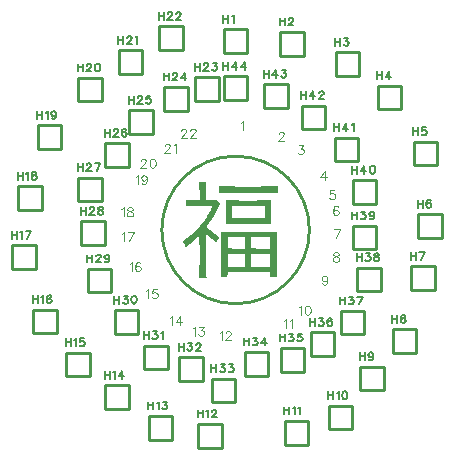
<source format=gto>
G04 Layer: TopSilkscreenLayer*
G04 EasyEDA Pro v2.2.35.2, 2025-01-16 15:30:06*
G04 Gerber Generator version 0.3*
G04 Scale: 100 percent, Rotated: No, Reflected: No*
G04 Dimensions in millimeters*
G04 Leading zeros omitted, absolute positions, 4 integers and 5 decimals*
%FSLAX45Y45*%
%MOMM*%
%ADD10C,0.1524*%
%ADD11C,0.1016*%
%ADD12C,0.254*%
G75*


G04 Text Start*
G54D10*
G01X-105080Y5819634D02*
G01X-105080Y5754610D01*
G01X-61646Y5819634D02*
G01X-61646Y5754610D01*
G01X-105080Y5788646D02*
G01X-61646Y5788646D01*
G01X-31420Y5807188D02*
G01X-25324Y5810490D01*
G01X-16180Y5819634D01*
G01X-16180Y5754610D01*
G01X371920Y5795836D02*
G01X371920Y5730812D01*
G01X415354Y5795836D02*
G01X415354Y5730812D01*
G01X371920Y5764848D02*
G01X415354Y5764848D01*
G01X448628Y5780342D02*
G01X448628Y5783390D01*
G01X451676Y5789740D01*
G01X454724Y5792788D01*
G01X460820Y5795836D01*
G01X473266Y5795836D01*
G01X479616Y5792788D01*
G01X482664Y5789740D01*
G01X485712Y5783390D01*
G01X485712Y5777294D01*
G01X482664Y5771198D01*
G01X476314Y5761800D01*
G01X445580Y5730812D01*
G01X488760Y5730812D01*
G01X841820Y5626037D02*
G01X841820Y5561013D01*
G01X885254Y5626037D02*
G01X885254Y5561013D01*
G01X841820Y5595049D02*
G01X885254Y5595049D01*
G01X921576Y5626037D02*
G01X955612Y5626037D01*
G01X937070Y5601399D01*
G01X946214Y5601399D01*
G01X952564Y5598351D01*
G01X955612Y5595049D01*
G01X958660Y5585905D01*
G01X958660Y5579555D01*
G01X955612Y5570411D01*
G01X949516Y5564061D01*
G01X940118Y5561013D01*
G01X930720Y5561013D01*
G01X921576Y5564061D01*
G01X918528Y5567363D01*
G01X915480Y5573459D01*
G01X1197420Y5341938D02*
G01X1197420Y5276914D01*
G01X1240854Y5341938D02*
G01X1240854Y5276914D01*
G01X1197420Y5310950D02*
G01X1240854Y5310950D01*
G01X1301814Y5341938D02*
G01X1271080Y5298758D01*
G01X1317308Y5298758D01*
G01X1301814Y5341938D02*
G01X1301814Y5276914D01*
G01X1502220Y4867339D02*
G01X1502220Y4802315D01*
G01X1545654Y4867339D02*
G01X1545654Y4802315D01*
G01X1502220Y4836351D02*
G01X1545654Y4836351D01*
G01X1612964Y4867339D02*
G01X1581976Y4867339D01*
G01X1578928Y4839653D01*
G01X1581976Y4842701D01*
G01X1591120Y4845749D01*
G01X1600518Y4845749D01*
G01X1609916Y4842701D01*
G01X1616012Y4836351D01*
G01X1619060Y4827207D01*
G01X1619060Y4820857D01*
G01X1616012Y4811713D01*
G01X1609916Y4805363D01*
G01X1600518Y4802315D01*
G01X1591120Y4802315D01*
G01X1581976Y4805363D01*
G01X1578928Y4808665D01*
G01X1575880Y4814761D01*
G01X1540320Y4253040D02*
G01X1540320Y4188016D01*
G01X1583754Y4253040D02*
G01X1583754Y4188016D01*
G01X1540320Y4222052D02*
G01X1583754Y4222052D01*
G01X1651064Y4243896D02*
G01X1648016Y4249992D01*
G01X1638618Y4253040D01*
G01X1632522Y4253040D01*
G01X1623124Y4249992D01*
G01X1617028Y4240594D01*
G01X1613980Y4225354D01*
G01X1613980Y4209860D01*
G01X1617028Y4197414D01*
G01X1623124Y4191064D01*
G01X1632522Y4188016D01*
G01X1635570Y4188016D01*
G01X1644714Y4191064D01*
G01X1651064Y4197414D01*
G01X1654112Y4206558D01*
G01X1654112Y4209860D01*
G01X1651064Y4219004D01*
G01X1644714Y4225354D01*
G01X1635570Y4228402D01*
G01X1632522Y4228402D01*
G01X1623124Y4225354D01*
G01X1617028Y4219004D01*
G01X1613980Y4209860D01*
G01X1482420Y3813734D02*
G01X1482420Y3748710D01*
G01X1525854Y3813734D02*
G01X1525854Y3748710D01*
G01X1482420Y3782746D02*
G01X1525854Y3782746D01*
G01X1599260Y3813734D02*
G01X1568272Y3748710D01*
G01X1556080Y3813734D02*
G01X1599260Y3813734D01*
G01X1324420Y3278442D02*
G01X1324420Y3213418D01*
G01X1367854Y3278442D02*
G01X1367854Y3213418D01*
G01X1324420Y3247454D02*
G01X1367854Y3247454D01*
G01X1413320Y3278442D02*
G01X1404176Y3275394D01*
G01X1401128Y3269298D01*
G01X1401128Y3262948D01*
G01X1404176Y3256852D01*
G01X1410272Y3253804D01*
G01X1422718Y3250756D01*
G01X1432116Y3247454D01*
G01X1438212Y3241358D01*
G01X1441260Y3235262D01*
G01X1441260Y3225864D01*
G01X1438212Y3219768D01*
G01X1435164Y3216466D01*
G01X1425766Y3213418D01*
G01X1413320Y3213418D01*
G01X1404176Y3216466D01*
G01X1401128Y3219768D01*
G01X1398080Y3225864D01*
G01X1398080Y3235262D01*
G01X1401128Y3241358D01*
G01X1407224Y3247454D01*
G01X1416622Y3250756D01*
G01X1428814Y3253804D01*
G01X1435164Y3256852D01*
G01X1438212Y3262948D01*
G01X1438212Y3269298D01*
G01X1435164Y3275394D01*
G01X1425766Y3278442D01*
G01X1413320Y3278442D01*
G01X1050620Y2962834D02*
G01X1050620Y2897810D01*
G01X1094054Y2962834D02*
G01X1094054Y2897810D01*
G01X1050620Y2931846D02*
G01X1094054Y2931846D01*
G01X1164412Y2941244D02*
G01X1161364Y2931846D01*
G01X1155014Y2925750D01*
G01X1145870Y2922702D01*
G01X1142822Y2922702D01*
G01X1133424Y2925750D01*
G01X1127328Y2931846D01*
G01X1124280Y2941244D01*
G01X1124280Y2944292D01*
G01X1127328Y2953690D01*
G01X1133424Y2959786D01*
G01X1142822Y2962834D01*
G01X1145870Y2962834D01*
G01X1155014Y2959786D01*
G01X1161364Y2953690D01*
G01X1164412Y2941244D01*
G01X1164412Y2925750D01*
G01X1161364Y2910256D01*
G01X1155014Y2900858D01*
G01X1145870Y2897810D01*
G01X1139520Y2897810D01*
G01X1130376Y2900858D01*
G01X1127328Y2907208D01*
G01X783920Y2632634D02*
G01X783920Y2567610D01*
G01X827354Y2632634D02*
G01X827354Y2567610D01*
G01X783920Y2601646D02*
G01X827354Y2601646D01*
G01X857580Y2620188D02*
G01X863676Y2623490D01*
G01X872820Y2632634D01*
G01X872820Y2567610D01*
G01X921588Y2632634D02*
G01X912190Y2629586D01*
G01X906094Y2620188D01*
G01X903046Y2604948D01*
G01X903046Y2595550D01*
G01X906094Y2580056D01*
G01X912190Y2570658D01*
G01X921588Y2567610D01*
G01X927684Y2567610D01*
G01X937082Y2570658D01*
G01X943178Y2580056D01*
G01X946226Y2595550D01*
G01X946226Y2604948D01*
G01X943178Y2620188D01*
G01X937082Y2629586D01*
G01X927684Y2632634D01*
G01X921588Y2632634D01*
G01X-1439481Y3081338D02*
G01X-1439481Y3016314D01*
G01X-1396047Y3081338D02*
G01X-1396047Y3016314D01*
G01X-1439481Y3050350D02*
G01X-1396047Y3050350D01*
G01X-1365821Y3068892D02*
G01X-1359725Y3072194D01*
G01X-1350581Y3081338D01*
G01X-1350581Y3016314D01*
G01X-1283271Y3081338D02*
G01X-1314259Y3081338D01*
G01X-1317307Y3053652D01*
G01X-1314259Y3056700D01*
G01X-1305115Y3059748D01*
G01X-1295717Y3059748D01*
G01X-1286319Y3056700D01*
G01X-1280223Y3050350D01*
G01X-1277175Y3041206D01*
G01X-1277175Y3034856D01*
G01X-1280223Y3025712D01*
G01X-1286319Y3019362D01*
G01X-1295717Y3016314D01*
G01X-1305115Y3016314D01*
G01X-1314259Y3019362D01*
G01X-1317307Y3022664D01*
G01X-1320355Y3028760D01*
G01X-1717980Y3445434D02*
G01X-1717980Y3380410D01*
G01X-1674546Y3445434D02*
G01X-1674546Y3380410D01*
G01X-1717980Y3414446D02*
G01X-1674546Y3414446D01*
G01X-1644320Y3432988D02*
G01X-1638224Y3436290D01*
G01X-1629080Y3445434D01*
G01X-1629080Y3380410D01*
G01X-1561770Y3436290D02*
G01X-1564818Y3442386D01*
G01X-1574216Y3445434D01*
G01X-1580312Y3445434D01*
G01X-1589710Y3442386D01*
G01X-1595806Y3432988D01*
G01X-1598854Y3417748D01*
G01X-1598854Y3402254D01*
G01X-1595806Y3389808D01*
G01X-1589710Y3383458D01*
G01X-1580312Y3380410D01*
G01X-1577264Y3380410D01*
G01X-1568120Y3383458D01*
G01X-1561770Y3389808D01*
G01X-1558722Y3398952D01*
G01X-1558722Y3402254D01*
G01X-1561770Y3411398D01*
G01X-1568120Y3417748D01*
G01X-1577264Y3420796D01*
G01X-1580312Y3420796D01*
G01X-1589710Y3417748D01*
G01X-1595806Y3411398D01*
G01X-1598854Y3402254D01*
G01X-1895780Y3991534D02*
G01X-1895780Y3926510D01*
G01X-1852346Y3991534D02*
G01X-1852346Y3926510D01*
G01X-1895780Y3960546D02*
G01X-1852346Y3960546D01*
G01X-1822120Y3979088D02*
G01X-1816024Y3982390D01*
G01X-1806880Y3991534D01*
G01X-1806880Y3926510D01*
G01X-1733474Y3991534D02*
G01X-1764462Y3926510D01*
G01X-1776654Y3991534D02*
G01X-1733474Y3991534D01*
G01X-1845881Y4489641D02*
G01X-1845881Y4424617D01*
G01X-1802447Y4489641D02*
G01X-1802447Y4424617D01*
G01X-1845881Y4458653D02*
G01X-1802447Y4458653D01*
G01X-1772221Y4477195D02*
G01X-1766125Y4480497D01*
G01X-1756981Y4489641D01*
G01X-1756981Y4424617D01*
G01X-1711515Y4489641D02*
G01X-1720659Y4486593D01*
G01X-1723707Y4480497D01*
G01X-1723707Y4474147D01*
G01X-1720659Y4468051D01*
G01X-1714563Y4465003D01*
G01X-1702117Y4461955D01*
G01X-1692719Y4458653D01*
G01X-1686623Y4452557D01*
G01X-1683575Y4446461D01*
G01X-1683575Y4437063D01*
G01X-1686623Y4430967D01*
G01X-1689671Y4427665D01*
G01X-1699069Y4424617D01*
G01X-1711515Y4424617D01*
G01X-1720659Y4427665D01*
G01X-1723707Y4430967D01*
G01X-1726755Y4437063D01*
G01X-1726755Y4446461D01*
G01X-1723707Y4452557D01*
G01X-1717611Y4458653D01*
G01X-1708213Y4461955D01*
G01X-1696021Y4465003D01*
G01X-1689671Y4468051D01*
G01X-1686623Y4474147D01*
G01X-1686623Y4480497D01*
G01X-1689671Y4486593D01*
G01X-1699069Y4489641D01*
G01X-1711515Y4489641D01*
G01X-1680781Y5005642D02*
G01X-1680781Y4940618D01*
G01X-1637347Y5005642D02*
G01X-1637347Y4940618D01*
G01X-1680781Y4974654D02*
G01X-1637347Y4974654D01*
G01X-1607121Y4993196D02*
G01X-1601025Y4996498D01*
G01X-1591881Y5005642D01*
G01X-1591881Y4940618D01*
G01X-1521523Y4984052D02*
G01X-1524571Y4974654D01*
G01X-1530921Y4968558D01*
G01X-1540065Y4965510D01*
G01X-1543113Y4965510D01*
G01X-1552511Y4968558D01*
G01X-1558607Y4974654D01*
G01X-1561655Y4984052D01*
G01X-1561655Y4987100D01*
G01X-1558607Y4996498D01*
G01X-1552511Y5002594D01*
G01X-1543113Y5005642D01*
G01X-1540065Y5005642D01*
G01X-1530921Y5002594D01*
G01X-1524571Y4996498D01*
G01X-1521523Y4984052D01*
G01X-1521523Y4968558D01*
G01X-1524571Y4953064D01*
G01X-1530921Y4943666D01*
G01X-1540065Y4940618D01*
G01X-1546415Y4940618D01*
G01X-1555559Y4943666D01*
G01X-1558607Y4950016D01*
G01X-1337881Y5407343D02*
G01X-1337881Y5342319D01*
G01X-1294447Y5407343D02*
G01X-1294447Y5342319D01*
G01X-1337881Y5376355D02*
G01X-1294447Y5376355D01*
G01X-1261173Y5391849D02*
G01X-1261173Y5394897D01*
G01X-1258125Y5401247D01*
G01X-1255077Y5404295D01*
G01X-1248981Y5407343D01*
G01X-1236535Y5407343D01*
G01X-1230185Y5404295D01*
G01X-1227137Y5401247D01*
G01X-1224089Y5394897D01*
G01X-1224089Y5388801D01*
G01X-1227137Y5382705D01*
G01X-1233487Y5373307D01*
G01X-1264221Y5342319D01*
G01X-1221041Y5342319D01*
G01X-1172273Y5407343D02*
G01X-1181671Y5404295D01*
G01X-1187767Y5394897D01*
G01X-1190815Y5379657D01*
G01X-1190815Y5370259D01*
G01X-1187767Y5354765D01*
G01X-1181671Y5345367D01*
G01X-1172273Y5342319D01*
G01X-1166177Y5342319D01*
G01X-1156779Y5345367D01*
G01X-1150683Y5354765D01*
G01X-1147635Y5370259D01*
G01X-1147635Y5379657D01*
G01X-1150683Y5394897D01*
G01X-1156779Y5404295D01*
G01X-1166177Y5407343D01*
G01X-1172273Y5407343D01*
G01X-994080Y5642534D02*
G01X-994080Y5577510D01*
G01X-950646Y5642534D02*
G01X-950646Y5577510D01*
G01X-994080Y5611546D02*
G01X-950646Y5611546D01*
G01X-917372Y5627040D02*
G01X-917372Y5630088D01*
G01X-914324Y5636438D01*
G01X-911276Y5639486D01*
G01X-905180Y5642534D01*
G01X-892734Y5642534D01*
G01X-886384Y5639486D01*
G01X-883336Y5636438D01*
G01X-880288Y5630088D01*
G01X-880288Y5623992D01*
G01X-883336Y5617896D01*
G01X-889686Y5608498D01*
G01X-920420Y5577510D01*
G01X-877240Y5577510D01*
G01X-847014Y5630088D02*
G01X-840918Y5633390D01*
G01X-831774Y5642534D01*
G01X-831774Y5577510D01*
G01X-651180Y5845734D02*
G01X-651180Y5780710D01*
G01X-607746Y5845734D02*
G01X-607746Y5780710D01*
G01X-651180Y5814746D02*
G01X-607746Y5814746D01*
G01X-574472Y5830240D02*
G01X-574472Y5833288D01*
G01X-571424Y5839638D01*
G01X-568376Y5842686D01*
G01X-562280Y5845734D01*
G01X-549834Y5845734D01*
G01X-543484Y5842686D01*
G01X-540436Y5839638D01*
G01X-537388Y5833288D01*
G01X-537388Y5827192D01*
G01X-540436Y5821096D01*
G01X-546786Y5811698D01*
G01X-577520Y5780710D01*
G01X-534340Y5780710D01*
G01X-501066Y5830240D02*
G01X-501066Y5833288D01*
G01X-498018Y5839638D01*
G01X-494970Y5842686D01*
G01X-488874Y5845734D01*
G01X-476428Y5845734D01*
G01X-470078Y5842686D01*
G01X-467030Y5839638D01*
G01X-463982Y5833288D01*
G01X-463982Y5827192D01*
G01X-467030Y5821096D01*
G01X-473380Y5811698D01*
G01X-504114Y5780710D01*
G01X-460934Y5780710D01*
G01X-346380Y5413934D02*
G01X-346380Y5348910D01*
G01X-302946Y5413934D02*
G01X-302946Y5348910D01*
G01X-346380Y5382946D02*
G01X-302946Y5382946D01*
G01X-269672Y5398440D02*
G01X-269672Y5401488D01*
G01X-266624Y5407838D01*
G01X-263576Y5410886D01*
G01X-257480Y5413934D01*
G01X-245034Y5413934D01*
G01X-238684Y5410886D01*
G01X-235636Y5407838D01*
G01X-232588Y5401488D01*
G01X-232588Y5395392D01*
G01X-235636Y5389296D01*
G01X-241986Y5379898D01*
G01X-272720Y5348910D01*
G01X-229540Y5348910D01*
G01X-193218Y5413934D02*
G01X-159182Y5413934D01*
G01X-177724Y5389296D01*
G01X-168580Y5389296D01*
G01X-162230Y5386248D01*
G01X-159182Y5382946D01*
G01X-156134Y5373802D01*
G01X-156134Y5367452D01*
G01X-159182Y5358308D01*
G01X-165278Y5351958D01*
G01X-174676Y5348910D01*
G01X-184074Y5348910D01*
G01X-193218Y5351958D01*
G01X-196266Y5355260D01*
G01X-199314Y5361356D01*
G01X-609981Y5330444D02*
G01X-609981Y5265420D01*
G01X-566547Y5330444D02*
G01X-566547Y5265420D01*
G01X-609981Y5299456D02*
G01X-566547Y5299456D01*
G01X-533273Y5314950D02*
G01X-533273Y5317998D01*
G01X-530225Y5324348D01*
G01X-527177Y5327396D01*
G01X-521081Y5330444D01*
G01X-508635Y5330444D01*
G01X-502285Y5327396D01*
G01X-499237Y5324348D01*
G01X-496189Y5317998D01*
G01X-496189Y5311902D01*
G01X-499237Y5305806D01*
G01X-505587Y5296408D01*
G01X-536321Y5265420D01*
G01X-493141Y5265420D01*
G01X-432181Y5330444D02*
G01X-462915Y5287264D01*
G01X-416687Y5287264D01*
G01X-432181Y5330444D02*
G01X-432181Y5265420D01*
G01X629920Y3252343D02*
G01X629920Y3187319D01*
G01X673354Y3252343D02*
G01X673354Y3187319D01*
G01X629920Y3221355D02*
G01X673354Y3221355D01*
G01X709676Y3252343D02*
G01X743712Y3252343D01*
G01X725170Y3227705D01*
G01X734314Y3227705D01*
G01X740664Y3224657D01*
G01X743712Y3221355D01*
G01X746760Y3212211D01*
G01X746760Y3205861D01*
G01X743712Y3196717D01*
G01X737616Y3190367D01*
G01X728218Y3187319D01*
G01X718820Y3187319D01*
G01X709676Y3190367D01*
G01X706628Y3193669D01*
G01X703580Y3199765D01*
G01X814070Y3243199D02*
G01X811022Y3249295D01*
G01X801624Y3252343D01*
G01X795528Y3252343D01*
G01X786130Y3249295D01*
G01X780034Y3239897D01*
G01X776986Y3224657D01*
G01X776986Y3209163D01*
G01X780034Y3196717D01*
G01X786130Y3190367D01*
G01X795528Y3187319D01*
G01X798576Y3187319D01*
G01X807720Y3190367D01*
G01X814070Y3196717D01*
G01X817118Y3205861D01*
G01X817118Y3209163D01*
G01X814070Y3218307D01*
G01X807720Y3224657D01*
G01X798576Y3227705D01*
G01X795528Y3227705D01*
G01X786130Y3224657D01*
G01X780034Y3218307D01*
G01X776986Y3209163D01*
G01X883920Y3434842D02*
G01X883920Y3369818D01*
G01X927354Y3434842D02*
G01X927354Y3369818D01*
G01X883920Y3403854D02*
G01X927354Y3403854D01*
G01X963676Y3434842D02*
G01X997712Y3434842D01*
G01X979170Y3410204D01*
G01X988314Y3410204D01*
G01X994664Y3407156D01*
G01X997712Y3403854D01*
G01X1000760Y3394710D01*
G01X1000760Y3388360D01*
G01X997712Y3379216D01*
G01X991616Y3372866D01*
G01X982218Y3369818D01*
G01X972820Y3369818D01*
G01X963676Y3372866D01*
G01X960628Y3376168D01*
G01X957580Y3382264D01*
G01X1074166Y3434842D02*
G01X1043178Y3369818D01*
G01X1030986Y3434842D02*
G01X1074166Y3434842D01*
G01X1025220Y3801034D02*
G01X1025220Y3736010D01*
G01X1068654Y3801034D02*
G01X1068654Y3736010D01*
G01X1025220Y3770046D02*
G01X1068654Y3770046D01*
G01X1104976Y3801034D02*
G01X1139012Y3801034D01*
G01X1120470Y3776396D01*
G01X1129614Y3776396D01*
G01X1135964Y3773348D01*
G01X1139012Y3770046D01*
G01X1142060Y3760902D01*
G01X1142060Y3754552D01*
G01X1139012Y3745408D01*
G01X1132916Y3739058D01*
G01X1123518Y3736010D01*
G01X1114120Y3736010D01*
G01X1104976Y3739058D01*
G01X1101928Y3742360D01*
G01X1098880Y3748456D01*
G01X1187526Y3801034D02*
G01X1178382Y3797986D01*
G01X1175334Y3791890D01*
G01X1175334Y3785540D01*
G01X1178382Y3779444D01*
G01X1184478Y3776396D01*
G01X1196924Y3773348D01*
G01X1206322Y3770046D01*
G01X1212418Y3763950D01*
G01X1215466Y3757854D01*
G01X1215466Y3748456D01*
G01X1212418Y3742360D01*
G01X1209370Y3739058D01*
G01X1199972Y3736010D01*
G01X1187526Y3736010D01*
G01X1178382Y3739058D01*
G01X1175334Y3742360D01*
G01X1172286Y3748456D01*
G01X1172286Y3757854D01*
G01X1175334Y3763950D01*
G01X1181430Y3770046D01*
G01X1190828Y3773348D01*
G01X1203020Y3776396D01*
G01X1209370Y3779444D01*
G01X1212418Y3785540D01*
G01X1212418Y3791890D01*
G01X1209370Y3797986D01*
G01X1199972Y3801034D01*
G01X1187526Y3801034D01*
G01X985520Y4155440D02*
G01X985520Y4090416D01*
G01X1028954Y4155440D02*
G01X1028954Y4090416D01*
G01X985520Y4124452D02*
G01X1028954Y4124452D01*
G01X1065276Y4155440D02*
G01X1099312Y4155440D01*
G01X1080770Y4130802D01*
G01X1089914Y4130802D01*
G01X1096264Y4127754D01*
G01X1099312Y4124452D01*
G01X1102360Y4115308D01*
G01X1102360Y4108958D01*
G01X1099312Y4099814D01*
G01X1093216Y4093464D01*
G01X1083818Y4090416D01*
G01X1074420Y4090416D01*
G01X1065276Y4093464D01*
G01X1062228Y4096766D01*
G01X1059180Y4102862D01*
G01X1172718Y4133850D02*
G01X1169670Y4124452D01*
G01X1163320Y4118356D01*
G01X1154176Y4115308D01*
G01X1151128Y4115308D01*
G01X1141730Y4118356D01*
G01X1135634Y4124452D01*
G01X1132586Y4133850D01*
G01X1132586Y4136898D01*
G01X1135634Y4146296D01*
G01X1141730Y4152392D01*
G01X1151128Y4155440D01*
G01X1154176Y4155440D01*
G01X1163320Y4152392D01*
G01X1169670Y4146296D01*
G01X1172718Y4133850D01*
G01X1172718Y4118356D01*
G01X1169670Y4102862D01*
G01X1163320Y4093464D01*
G01X1154176Y4090416D01*
G01X1147826Y4090416D01*
G01X1138682Y4093464D01*
G01X1135634Y4099814D01*
G01X985520Y4541139D02*
G01X985520Y4476115D01*
G01X1028954Y4541139D02*
G01X1028954Y4476115D01*
G01X985520Y4510151D02*
G01X1028954Y4510151D01*
G01X1089914Y4541139D02*
G01X1059180Y4497959D01*
G01X1105408Y4497959D01*
G01X1089914Y4541139D02*
G01X1089914Y4476115D01*
G01X1154176Y4541139D02*
G01X1144778Y4538091D01*
G01X1138682Y4528693D01*
G01X1135634Y4513453D01*
G01X1135634Y4504055D01*
G01X1138682Y4488561D01*
G01X1144778Y4479163D01*
G01X1154176Y4476115D01*
G01X1160272Y4476115D01*
G01X1169670Y4479163D01*
G01X1175766Y4488561D01*
G01X1178814Y4504055D01*
G01X1178814Y4513453D01*
G01X1175766Y4528693D01*
G01X1169670Y4538091D01*
G01X1160272Y4541139D01*
G01X1154176Y4541139D01*
G01X833120Y4901438D02*
G01X833120Y4836414D01*
G01X876554Y4901438D02*
G01X876554Y4836414D01*
G01X833120Y4870450D02*
G01X876554Y4870450D01*
G01X937514Y4901438D02*
G01X906780Y4858258D01*
G01X953008Y4858258D01*
G01X937514Y4901438D02*
G01X937514Y4836414D01*
G01X983234Y4888992D02*
G01X989330Y4892294D01*
G01X998474Y4901438D01*
G01X998474Y4836414D01*
G01X553720Y5172837D02*
G01X553720Y5107813D01*
G01X597154Y5172837D02*
G01X597154Y5107813D01*
G01X553720Y5141849D02*
G01X597154Y5141849D01*
G01X658114Y5172837D02*
G01X627380Y5129657D01*
G01X673608Y5129657D01*
G01X658114Y5172837D02*
G01X658114Y5107813D01*
G01X706882Y5157343D02*
G01X706882Y5160391D01*
G01X709930Y5166741D01*
G01X712978Y5169789D01*
G01X719074Y5172837D01*
G01X731520Y5172837D01*
G01X737870Y5169789D01*
G01X740918Y5166741D01*
G01X743966Y5160391D01*
G01X743966Y5154295D01*
G01X740918Y5148199D01*
G01X734568Y5138801D01*
G01X703834Y5107813D01*
G01X747014Y5107813D01*
G01X236220Y5355336D02*
G01X236220Y5290312D01*
G01X279654Y5355336D02*
G01X279654Y5290312D01*
G01X236220Y5324348D02*
G01X279654Y5324348D01*
G01X340614Y5355336D02*
G01X309880Y5312156D01*
G01X356108Y5312156D01*
G01X340614Y5355336D02*
G01X340614Y5290312D01*
G01X392430Y5355336D02*
G01X426466Y5355336D01*
G01X407924Y5330698D01*
G01X417068Y5330698D01*
G01X423418Y5327650D01*
G01X426466Y5324348D01*
G01X429514Y5315204D01*
G01X429514Y5308854D01*
G01X426466Y5299710D01*
G01X420370Y5293360D01*
G01X410972Y5290312D01*
G01X401574Y5290312D01*
G01X392430Y5293360D01*
G01X389382Y5296662D01*
G01X386334Y5302758D01*
G01X-105080Y5419634D02*
G01X-105080Y5354610D01*
G01X-61646Y5419634D02*
G01X-61646Y5354610D01*
G01X-105080Y5388646D02*
G01X-61646Y5388646D01*
G01X-686Y5419634D02*
G01X-31420Y5376454D01*
G01X14808Y5376454D01*
G01X-686Y5419634D02*
G01X-686Y5354610D01*
G01X75768Y5419634D02*
G01X45034Y5376454D01*
G01X91262Y5376454D01*
G01X75768Y5419634D02*
G01X75768Y5354610D01*
G01X-1108380Y4855134D02*
G01X-1108380Y4790110D01*
G01X-1064946Y4855134D02*
G01X-1064946Y4790110D01*
G01X-1108380Y4824146D02*
G01X-1064946Y4824146D01*
G01X-1031672Y4839640D02*
G01X-1031672Y4842688D01*
G01X-1028624Y4849038D01*
G01X-1025576Y4852086D01*
G01X-1019480Y4855134D01*
G01X-1007034Y4855134D01*
G01X-1000684Y4852086D01*
G01X-997636Y4849038D01*
G01X-994588Y4842688D01*
G01X-994588Y4836592D01*
G01X-997636Y4830496D01*
G01X-1003986Y4821098D01*
G01X-1034720Y4790110D01*
G01X-991540Y4790110D01*
G01X-924230Y4845990D02*
G01X-927278Y4852086D01*
G01X-936676Y4855134D01*
G01X-942772Y4855134D01*
G01X-952170Y4852086D01*
G01X-958266Y4842688D01*
G01X-961314Y4827448D01*
G01X-961314Y4811954D01*
G01X-958266Y4799508D01*
G01X-952170Y4793158D01*
G01X-942772Y4790110D01*
G01X-939724Y4790110D01*
G01X-930580Y4793158D01*
G01X-924230Y4799508D01*
G01X-921182Y4808652D01*
G01X-921182Y4811954D01*
G01X-924230Y4821098D01*
G01X-930580Y4827448D01*
G01X-939724Y4830496D01*
G01X-942772Y4830496D01*
G01X-952170Y4827448D01*
G01X-958266Y4821098D01*
G01X-961314Y4811954D01*
G01X-1336980Y4563034D02*
G01X-1336980Y4498010D01*
G01X-1293546Y4563034D02*
G01X-1293546Y4498010D01*
G01X-1336980Y4532046D02*
G01X-1293546Y4532046D01*
G01X-1260272Y4547540D02*
G01X-1260272Y4550588D01*
G01X-1257224Y4556938D01*
G01X-1254176Y4559986D01*
G01X-1248080Y4563034D01*
G01X-1235634Y4563034D01*
G01X-1229284Y4559986D01*
G01X-1226236Y4556938D01*
G01X-1223188Y4550588D01*
G01X-1223188Y4544492D01*
G01X-1226236Y4538396D01*
G01X-1232586Y4528998D01*
G01X-1263320Y4498010D01*
G01X-1220140Y4498010D01*
G01X-1146734Y4563034D02*
G01X-1177722Y4498010D01*
G01X-1189914Y4563034D02*
G01X-1146734Y4563034D01*
G01X-1311580Y4194734D02*
G01X-1311580Y4129710D01*
G01X-1268146Y4194734D02*
G01X-1268146Y4129710D01*
G01X-1311580Y4163746D02*
G01X-1268146Y4163746D01*
G01X-1234872Y4179240D02*
G01X-1234872Y4182288D01*
G01X-1231824Y4188638D01*
G01X-1228776Y4191686D01*
G01X-1222680Y4194734D01*
G01X-1210234Y4194734D01*
G01X-1203884Y4191686D01*
G01X-1200836Y4188638D01*
G01X-1197788Y4182288D01*
G01X-1197788Y4176192D01*
G01X-1200836Y4170096D01*
G01X-1207186Y4160698D01*
G01X-1237920Y4129710D01*
G01X-1194740Y4129710D01*
G01X-1149274Y4194734D02*
G01X-1158418Y4191686D01*
G01X-1161466Y4185590D01*
G01X-1161466Y4179240D01*
G01X-1158418Y4173144D01*
G01X-1152322Y4170096D01*
G01X-1139876Y4167048D01*
G01X-1130478Y4163746D01*
G01X-1124382Y4157650D01*
G01X-1121334Y4151554D01*
G01X-1121334Y4142156D01*
G01X-1124382Y4136060D01*
G01X-1127430Y4132758D01*
G01X-1136828Y4129710D01*
G01X-1149274Y4129710D01*
G01X-1158418Y4132758D01*
G01X-1161466Y4136060D01*
G01X-1164514Y4142156D01*
G01X-1164514Y4151554D01*
G01X-1161466Y4157650D01*
G01X-1155370Y4163746D01*
G01X-1145972Y4167048D01*
G01X-1133780Y4170096D01*
G01X-1127430Y4173144D01*
G01X-1124382Y4179240D01*
G01X-1124382Y4185590D01*
G01X-1127430Y4191686D01*
G01X-1136828Y4194734D01*
G01X-1149274Y4194734D01*
G01X-1257681Y3791839D02*
G01X-1257681Y3726815D01*
G01X-1214247Y3791839D02*
G01X-1214247Y3726815D01*
G01X-1257681Y3760851D02*
G01X-1214247Y3760851D01*
G01X-1180973Y3776345D02*
G01X-1180973Y3779393D01*
G01X-1177925Y3785743D01*
G01X-1174877Y3788791D01*
G01X-1168781Y3791839D01*
G01X-1156335Y3791839D01*
G01X-1149985Y3788791D01*
G01X-1146937Y3785743D01*
G01X-1143889Y3779393D01*
G01X-1143889Y3773297D01*
G01X-1146937Y3767201D01*
G01X-1153287Y3757803D01*
G01X-1184021Y3726815D01*
G01X-1140841Y3726815D01*
G01X-1070483Y3770249D02*
G01X-1073531Y3760851D01*
G01X-1079881Y3754755D01*
G01X-1089025Y3751707D01*
G01X-1092073Y3751707D01*
G01X-1101471Y3754755D01*
G01X-1107567Y3760851D01*
G01X-1110615Y3770249D01*
G01X-1110615Y3773297D01*
G01X-1107567Y3782695D01*
G01X-1101471Y3788791D01*
G01X-1092073Y3791839D01*
G01X-1089025Y3791839D01*
G01X-1079881Y3788791D01*
G01X-1073531Y3782695D01*
G01X-1070483Y3770249D01*
G01X-1070483Y3754755D01*
G01X-1073531Y3739261D01*
G01X-1079881Y3729863D01*
G01X-1089025Y3726815D01*
G01X-1095375Y3726815D01*
G01X-1104519Y3729863D01*
G01X-1107567Y3736213D01*
G01X-1029081Y3440938D02*
G01X-1029081Y3375914D01*
G01X-985647Y3440938D02*
G01X-985647Y3375914D01*
G01X-1029081Y3409950D02*
G01X-985647Y3409950D01*
G01X-949325Y3440938D02*
G01X-915289Y3440938D01*
G01X-933831Y3416300D01*
G01X-924687Y3416300D01*
G01X-918337Y3413252D01*
G01X-915289Y3409950D01*
G01X-912241Y3400806D01*
G01X-912241Y3394456D01*
G01X-915289Y3385312D01*
G01X-921385Y3378962D01*
G01X-930783Y3375914D01*
G01X-940181Y3375914D01*
G01X-949325Y3378962D01*
G01X-952373Y3382264D01*
G01X-955421Y3388360D01*
G01X-863473Y3440938D02*
G01X-872871Y3437890D01*
G01X-878967Y3428492D01*
G01X-882015Y3413252D01*
G01X-882015Y3403854D01*
G01X-878967Y3388360D01*
G01X-872871Y3378962D01*
G01X-863473Y3375914D01*
G01X-857377Y3375914D01*
G01X-847979Y3378962D01*
G01X-841883Y3388360D01*
G01X-838835Y3403854D01*
G01X-838835Y3413252D01*
G01X-841883Y3428492D01*
G01X-847979Y3437890D01*
G01X-857377Y3440938D01*
G01X-863473Y3440938D01*
G01X-778180Y3140634D02*
G01X-778180Y3075610D01*
G01X-734746Y3140634D02*
G01X-734746Y3075610D01*
G01X-778180Y3109646D02*
G01X-734746Y3109646D01*
G01X-698424Y3140634D02*
G01X-664388Y3140634D01*
G01X-682930Y3115996D01*
G01X-673786Y3115996D01*
G01X-667436Y3112948D01*
G01X-664388Y3109646D01*
G01X-661340Y3100502D01*
G01X-661340Y3094152D01*
G01X-664388Y3085008D01*
G01X-670484Y3078658D01*
G01X-679882Y3075610D01*
G01X-689280Y3075610D01*
G01X-698424Y3078658D01*
G01X-701472Y3081960D01*
G01X-704520Y3088056D01*
G01X-631114Y3128188D02*
G01X-625018Y3131490D01*
G01X-615874Y3140634D01*
G01X-615874Y3075610D01*
G01X-1109281Y2806637D02*
G01X-1109281Y2741613D01*
G01X-1065847Y2806637D02*
G01X-1065847Y2741613D01*
G01X-1109281Y2775649D02*
G01X-1065847Y2775649D01*
G01X-1035621Y2794191D02*
G01X-1029525Y2797493D01*
G01X-1020381Y2806637D01*
G01X-1020381Y2741613D01*
G01X-959421Y2806637D02*
G01X-990155Y2763457D01*
G01X-943927Y2763457D01*
G01X-959421Y2806637D02*
G01X-959421Y2741613D01*
G01X-482981Y3043936D02*
G01X-482981Y2978912D01*
G01X-439547Y3043936D02*
G01X-439547Y2978912D01*
G01X-482981Y3012948D02*
G01X-439547Y3012948D01*
G01X-403225Y3043936D02*
G01X-369189Y3043936D01*
G01X-387731Y3019298D01*
G01X-378587Y3019298D01*
G01X-372237Y3016250D01*
G01X-369189Y3012948D01*
G01X-366141Y3003804D01*
G01X-366141Y2997454D01*
G01X-369189Y2988310D01*
G01X-375285Y2981960D01*
G01X-384683Y2978912D01*
G01X-394081Y2978912D01*
G01X-403225Y2981960D01*
G01X-406273Y2985262D01*
G01X-409321Y2991358D01*
G01X-332867Y3028442D02*
G01X-332867Y3031490D01*
G01X-329819Y3037840D01*
G01X-326771Y3040888D01*
G01X-320675Y3043936D01*
G01X-308229Y3043936D01*
G01X-301879Y3040888D01*
G01X-298831Y3037840D01*
G01X-295783Y3031490D01*
G01X-295783Y3025394D01*
G01X-298831Y3019298D01*
G01X-305181Y3009900D01*
G01X-335915Y2978912D01*
G01X-292735Y2978912D01*
G01X-740981Y2544636D02*
G01X-740981Y2479612D01*
G01X-697547Y2544636D02*
G01X-697547Y2479612D01*
G01X-740981Y2513648D02*
G01X-697547Y2513648D01*
G01X-667321Y2532190D02*
G01X-661225Y2535492D01*
G01X-652081Y2544636D01*
G01X-652081Y2479612D01*
G01X-615759Y2544636D02*
G01X-581723Y2544636D01*
G01X-600265Y2519998D01*
G01X-591121Y2519998D01*
G01X-584771Y2516950D01*
G01X-581723Y2513648D01*
G01X-578675Y2504504D01*
G01X-578675Y2498154D01*
G01X-581723Y2489010D01*
G01X-587819Y2482660D01*
G01X-597217Y2479612D01*
G01X-606615Y2479612D01*
G01X-615759Y2482660D01*
G01X-618807Y2485962D01*
G01X-621855Y2492058D01*
G01X-206680Y2861234D02*
G01X-206680Y2796210D01*
G01X-163246Y2861234D02*
G01X-163246Y2796210D01*
G01X-206680Y2830246D02*
G01X-163246Y2830246D01*
G01X-126924Y2861234D02*
G01X-92888Y2861234D01*
G01X-111430Y2836596D01*
G01X-102286Y2836596D01*
G01X-95936Y2833548D01*
G01X-92888Y2830246D01*
G01X-89840Y2821102D01*
G01X-89840Y2814752D01*
G01X-92888Y2805608D01*
G01X-98984Y2799258D01*
G01X-108382Y2796210D01*
G01X-117780Y2796210D01*
G01X-126924Y2799258D01*
G01X-129972Y2802560D01*
G01X-133020Y2808656D01*
G01X-53518Y2861234D02*
G01X-19482Y2861234D01*
G01X-38024Y2836596D01*
G01X-28880Y2836596D01*
G01X-22530Y2833548D01*
G01X-19482Y2830246D01*
G01X-16434Y2821102D01*
G01X-16434Y2814752D01*
G01X-19482Y2805608D01*
G01X-25578Y2799258D01*
G01X-34976Y2796210D01*
G01X-44374Y2796210D01*
G01X-53518Y2799258D01*
G01X-56566Y2802560D01*
G01X-59614Y2808656D01*
G01X-321881Y2477135D02*
G01X-321881Y2412111D01*
G01X-278447Y2477135D02*
G01X-278447Y2412111D01*
G01X-321881Y2446147D02*
G01X-278447Y2446147D01*
G01X-248221Y2464689D02*
G01X-242125Y2467991D01*
G01X-232981Y2477135D01*
G01X-232981Y2412111D01*
G01X-199707Y2461641D02*
G01X-199707Y2464689D01*
G01X-196659Y2471039D01*
G01X-193611Y2474087D01*
G01X-187515Y2477135D01*
G01X-175069Y2477135D01*
G01X-168719Y2474087D01*
G01X-165671Y2471039D01*
G01X-162623Y2464689D01*
G01X-162623Y2458593D01*
G01X-165671Y2452497D01*
G01X-172021Y2443099D01*
G01X-202755Y2412111D01*
G01X-159575Y2412111D01*
G01X375920Y3120644D02*
G01X375920Y3055620D01*
G01X419354Y3120644D02*
G01X419354Y3055620D01*
G01X375920Y3089656D02*
G01X419354Y3089656D01*
G01X455676Y3120644D02*
G01X489712Y3120644D01*
G01X471170Y3096006D01*
G01X480314Y3096006D01*
G01X486664Y3092958D01*
G01X489712Y3089656D01*
G01X492760Y3080512D01*
G01X492760Y3074162D01*
G01X489712Y3065018D01*
G01X483616Y3058668D01*
G01X474218Y3055620D01*
G01X464820Y3055620D01*
G01X455676Y3058668D01*
G01X452628Y3061970D01*
G01X449580Y3068066D01*
G01X560070Y3120644D02*
G01X529082Y3120644D01*
G01X526034Y3092958D01*
G01X529082Y3096006D01*
G01X538226Y3099054D01*
G01X547624Y3099054D01*
G01X557022Y3096006D01*
G01X563118Y3089656D01*
G01X566166Y3080512D01*
G01X566166Y3074162D01*
G01X563118Y3065018D01*
G01X557022Y3058668D01*
G01X547624Y3055620D01*
G01X538226Y3055620D01*
G01X529082Y3058668D01*
G01X526034Y3061970D01*
G01X522986Y3068066D01*
G01X71120Y3086545D02*
G01X71120Y3021521D01*
G01X114554Y3086545D02*
G01X114554Y3021521D01*
G01X71120Y3055557D02*
G01X114554Y3055557D01*
G01X150876Y3086545D02*
G01X184912Y3086545D01*
G01X166370Y3061907D01*
G01X175514Y3061907D01*
G01X181864Y3058859D01*
G01X184912Y3055557D01*
G01X187960Y3046413D01*
G01X187960Y3040063D01*
G01X184912Y3030919D01*
G01X178816Y3024569D01*
G01X169418Y3021521D01*
G01X160020Y3021521D01*
G01X150876Y3024569D01*
G01X147828Y3027871D01*
G01X144780Y3033967D01*
G01X248920Y3086545D02*
G01X218186Y3043365D01*
G01X264414Y3043365D01*
G01X248920Y3086545D02*
G01X248920Y3021521D01*
G01X410020Y2502345D02*
G01X410020Y2437321D01*
G01X453454Y2502345D02*
G01X453454Y2437321D01*
G01X410020Y2471357D02*
G01X453454Y2471357D01*
G01X483680Y2489899D02*
G01X489776Y2493201D01*
G01X498920Y2502345D01*
G01X498920Y2437321D01*
G01X529146Y2489899D02*
G01X535242Y2493201D01*
G01X544386Y2502345D01*
G01X544386Y2437321D01*
G01X-905180Y5134534D02*
G01X-905180Y5069510D01*
G01X-861746Y5134534D02*
G01X-861746Y5069510D01*
G01X-905180Y5103546D02*
G01X-861746Y5103546D01*
G01X-828472Y5119040D02*
G01X-828472Y5122088D01*
G01X-825424Y5128438D01*
G01X-822376Y5131486D01*
G01X-816280Y5134534D01*
G01X-803834Y5134534D01*
G01X-797484Y5131486D01*
G01X-794436Y5128438D01*
G01X-791388Y5122088D01*
G01X-791388Y5115992D01*
G01X-794436Y5109896D01*
G01X-800786Y5100498D01*
G01X-831520Y5069510D01*
G01X-788340Y5069510D01*
G01X-721030Y5134534D02*
G01X-752018Y5134534D01*
G01X-755066Y5106848D01*
G01X-752018Y5109896D01*
G01X-742874Y5112944D01*
G01X-733476Y5112944D01*
G01X-724078Y5109896D01*
G01X-717982Y5103546D01*
G01X-714934Y5094402D01*
G01X-714934Y5088052D01*
G01X-717982Y5078908D01*
G01X-724078Y5072558D01*
G01X-733476Y5069510D01*
G01X-742874Y5069510D01*
G01X-752018Y5072558D01*
G01X-755066Y5075860D01*
G01X-758114Y5081956D01*
G54D11*
G01X43180Y4906010D02*
G01X50546Y4909566D01*
G01X61468Y4920488D01*
G01X61468Y4844034D01*
G01X364236Y4813554D02*
G01X364236Y4817110D01*
G01X368046Y4824476D01*
G01X371602Y4828032D01*
G01X378968Y4831588D01*
G01X393446Y4831588D01*
G01X400812Y4828032D01*
G01X404622Y4824476D01*
G01X408178Y4817110D01*
G01X408178Y4809744D01*
G01X404622Y4802378D01*
G01X397256Y4791456D01*
G01X360680Y4755134D01*
G01X411734Y4755134D01*
G01X533146Y4717288D02*
G01X573278Y4717288D01*
G01X551434Y4688078D01*
G01X562356Y4688078D01*
G01X569722Y4684522D01*
G01X573278Y4680966D01*
G01X576834Y4670044D01*
G01X576834Y4662678D01*
G01X573278Y4651756D01*
G01X565912Y4644390D01*
G01X554990Y4640834D01*
G01X544068Y4640834D01*
G01X533146Y4644390D01*
G01X529336Y4647946D01*
G01X525780Y4655312D01*
G01X752856Y4501388D02*
G01X716280Y4450334D01*
G01X771144Y4450334D01*
G01X752856Y4501388D02*
G01X752856Y4424934D01*
G01X836422Y4336288D02*
G01X799846Y4336288D01*
G01X796036Y4303522D01*
G01X799846Y4307078D01*
G01X810768Y4310888D01*
G01X821690Y4310888D01*
G01X832612Y4307078D01*
G01X839978Y4299966D01*
G01X843534Y4289044D01*
G01X843534Y4281678D01*
G01X839978Y4270756D01*
G01X832612Y4263390D01*
G01X821690Y4259834D01*
G01X810768Y4259834D01*
G01X799846Y4263390D01*
G01X796036Y4266946D01*
G01X792480Y4274312D01*
G01X869124Y4191064D02*
G01X865314Y4198430D01*
G01X854392Y4201986D01*
G01X847026Y4201986D01*
G01X836104Y4198430D01*
G01X828738Y4187508D01*
G01X825182Y4169220D01*
G01X825182Y4150932D01*
G01X828738Y4136454D01*
G01X836104Y4129088D01*
G01X847026Y4125532D01*
G01X850836Y4125532D01*
G01X861758Y4129088D01*
G01X869124Y4136454D01*
G01X872680Y4147376D01*
G01X872680Y4150932D01*
G01X869124Y4161854D01*
G01X861758Y4169220D01*
G01X850836Y4172776D01*
G01X847026Y4172776D01*
G01X836104Y4169220D01*
G01X828738Y4161854D01*
G01X825182Y4150932D01*
G01X882545Y4005177D02*
G01X846223Y3928723D01*
G01X831491Y4005177D02*
G01X882545Y4005177D01*
G01X842813Y3808943D02*
G01X831891Y3805387D01*
G01X828081Y3798021D01*
G01X828081Y3790909D01*
G01X831891Y3783543D01*
G01X839257Y3779733D01*
G01X853735Y3776177D01*
G01X864657Y3772621D01*
G01X872023Y3765255D01*
G01X875579Y3757889D01*
G01X875579Y3746967D01*
G01X872023Y3739601D01*
G01X868467Y3736045D01*
G01X857291Y3732489D01*
G01X842813Y3732489D01*
G01X831891Y3736045D01*
G01X828081Y3739601D01*
G01X824525Y3746967D01*
G01X824525Y3757889D01*
G01X828081Y3765255D01*
G01X835447Y3772621D01*
G01X846369Y3776177D01*
G01X861101Y3779733D01*
G01X868467Y3783543D01*
G01X872023Y3790909D01*
G01X872023Y3798021D01*
G01X868467Y3805387D01*
G01X857291Y3808943D01*
G01X842813Y3808943D01*
G01X776478Y3586988D02*
G01X772922Y3576066D01*
G01X765556Y3568700D01*
G01X754634Y3565144D01*
G01X750824Y3565144D01*
G01X739902Y3568700D01*
G01X732536Y3576066D01*
G01X728980Y3586988D01*
G01X728980Y3590544D01*
G01X732536Y3601466D01*
G01X739902Y3608832D01*
G01X750824Y3612388D01*
G01X754634Y3612388D01*
G01X765556Y3608832D01*
G01X772922Y3601466D01*
G01X776478Y3586988D01*
G01X776478Y3568700D01*
G01X772922Y3550412D01*
G01X765556Y3539490D01*
G01X754634Y3535934D01*
G01X747268Y3535934D01*
G01X736346Y3539490D01*
G01X732536Y3546856D01*
G01X538480Y3343910D02*
G01X545846Y3347466D01*
G01X556768Y3358388D01*
G01X556768Y3281934D01*
G01X606298Y3358388D02*
G01X595376Y3354832D01*
G01X588010Y3343910D01*
G01X584454Y3325622D01*
G01X584454Y3314700D01*
G01X588010Y3296412D01*
G01X595376Y3285490D01*
G01X606298Y3281934D01*
G01X613664Y3281934D01*
G01X624586Y3285490D01*
G01X631952Y3296412D01*
G01X635508Y3314700D01*
G01X635508Y3325622D01*
G01X631952Y3343910D01*
G01X624586Y3354832D01*
G01X613664Y3358388D01*
G01X606298Y3358388D01*
G01X411480Y3229610D02*
G01X418846Y3233166D01*
G01X429768Y3244088D01*
G01X429768Y3167634D01*
G01X457454Y3229610D02*
G01X464820Y3233166D01*
G01X475742Y3244088D01*
G01X475742Y3167634D01*
G01X-134620Y3128010D02*
G01X-127254Y3131566D01*
G01X-116332Y3142488D01*
G01X-116332Y3066034D01*
G01X-85090Y3124454D02*
G01X-85090Y3128010D01*
G01X-81280Y3135376D01*
G01X-77724Y3138932D01*
G01X-70358Y3142488D01*
G01X-55880Y3142488D01*
G01X-48514Y3138932D01*
G01X-44704Y3135376D01*
G01X-41148Y3128010D01*
G01X-41148Y3120644D01*
G01X-44704Y3113278D01*
G01X-52070Y3102356D01*
G01X-88646Y3066034D01*
G01X-37592Y3066034D01*
G01X-363220Y3166110D02*
G01X-355854Y3169666D01*
G01X-344932Y3180588D01*
G01X-344932Y3104134D01*
G01X-309880Y3180588D02*
G01X-269748Y3180588D01*
G01X-291592Y3151378D01*
G01X-280670Y3151378D01*
G01X-273304Y3147822D01*
G01X-269748Y3144266D01*
G01X-266192Y3133344D01*
G01X-266192Y3125978D01*
G01X-269748Y3115056D01*
G01X-277114Y3107690D01*
G01X-288036Y3104134D01*
G01X-298958Y3104134D01*
G01X-309880Y3107690D01*
G01X-313690Y3111246D01*
G01X-317246Y3118612D01*
G01X-553720Y3255010D02*
G01X-546354Y3258566D01*
G01X-535432Y3269488D01*
G01X-535432Y3193034D01*
G01X-471170Y3269488D02*
G01X-507746Y3218434D01*
G01X-452882Y3218434D01*
G01X-471170Y3269488D02*
G01X-471170Y3193034D01*
G01X-756920Y3483610D02*
G01X-749554Y3487166D01*
G01X-738632Y3498088D01*
G01X-738632Y3421634D01*
G01X-667004Y3498088D02*
G01X-703580Y3498088D01*
G01X-707390Y3465322D01*
G01X-703580Y3468878D01*
G01X-692658Y3472688D01*
G01X-681736Y3472688D01*
G01X-670814Y3468878D01*
G01X-663448Y3461766D01*
G01X-659892Y3450844D01*
G01X-659892Y3443478D01*
G01X-663448Y3432556D01*
G01X-670814Y3425190D01*
G01X-681736Y3421634D01*
G01X-692658Y3421634D01*
G01X-703580Y3425190D01*
G01X-707390Y3428746D01*
G01X-710946Y3436112D01*
G01X-896620Y3712210D02*
G01X-889254Y3715766D01*
G01X-878332Y3726688D01*
G01X-878332Y3650234D01*
G01X-806704Y3715766D02*
G01X-810514Y3723132D01*
G01X-821436Y3726688D01*
G01X-828802Y3726688D01*
G01X-839724Y3723132D01*
G01X-847090Y3712210D01*
G01X-850646Y3693922D01*
G01X-850646Y3675634D01*
G01X-847090Y3661156D01*
G01X-839724Y3653790D01*
G01X-828802Y3650234D01*
G01X-824992Y3650234D01*
G01X-814070Y3653790D01*
G01X-806704Y3661156D01*
G01X-803148Y3672078D01*
G01X-803148Y3675634D01*
G01X-806704Y3686556D01*
G01X-814070Y3693922D01*
G01X-824992Y3697478D01*
G01X-828802Y3697478D01*
G01X-839724Y3693922D01*
G01X-847090Y3686556D01*
G01X-850646Y3675634D01*
G01X-960120Y3966210D02*
G01X-952754Y3969766D01*
G01X-941832Y3980688D01*
G01X-941832Y3904234D01*
G01X-863092Y3980688D02*
G01X-899414Y3904234D01*
G01X-914146Y3980688D02*
G01X-863092Y3980688D01*
G01X-966470Y4175760D02*
G01X-959104Y4179316D01*
G01X-948182Y4190238D01*
G01X-948182Y4113784D01*
G01X-902208Y4190238D02*
G01X-913130Y4186682D01*
G01X-916940Y4179316D01*
G01X-916940Y4172204D01*
G01X-913130Y4164838D01*
G01X-905764Y4161028D01*
G01X-891286Y4157472D01*
G01X-880364Y4153916D01*
G01X-872998Y4146550D01*
G01X-869442Y4139184D01*
G01X-869442Y4128262D01*
G01X-872998Y4120896D01*
G01X-876554Y4117340D01*
G01X-887730Y4113784D01*
G01X-902208Y4113784D01*
G01X-913130Y4117340D01*
G01X-916940Y4120896D01*
G01X-920496Y4128262D01*
G01X-920496Y4139184D01*
G01X-916940Y4146550D01*
G01X-909574Y4153916D01*
G01X-898652Y4157472D01*
G01X-883920Y4161028D01*
G01X-876554Y4164838D01*
G01X-872998Y4172204D01*
G01X-872998Y4179316D01*
G01X-876554Y4186682D01*
G01X-887730Y4190238D01*
G01X-902208Y4190238D01*
G01X-845820Y4448810D02*
G01X-838454Y4452366D01*
G01X-827532Y4463288D01*
G01X-827532Y4386834D01*
G01X-752348Y4437888D02*
G01X-755904Y4426966D01*
G01X-763270Y4419600D01*
G01X-774192Y4416044D01*
G01X-778002Y4416044D01*
G01X-788924Y4419600D01*
G01X-796290Y4426966D01*
G01X-799846Y4437888D01*
G01X-799846Y4441444D01*
G01X-796290Y4452366D01*
G01X-788924Y4459732D01*
G01X-778002Y4463288D01*
G01X-774192Y4463288D01*
G01X-763270Y4459732D01*
G01X-755904Y4452366D01*
G01X-752348Y4437888D01*
G01X-752348Y4419600D01*
G01X-755904Y4401312D01*
G01X-763270Y4390390D01*
G01X-774192Y4386834D01*
G01X-781558Y4386834D01*
G01X-792480Y4390390D01*
G01X-796290Y4397756D01*
G01X-804164Y4584954D02*
G01X-804164Y4588510D01*
G01X-800354Y4595876D01*
G01X-796798Y4599432D01*
G01X-789432Y4602988D01*
G01X-774954Y4602988D01*
G01X-767588Y4599432D01*
G01X-763778Y4595876D01*
G01X-760222Y4588510D01*
G01X-760222Y4581144D01*
G01X-763778Y4573778D01*
G01X-771144Y4562856D01*
G01X-807720Y4526534D01*
G01X-756666Y4526534D01*
G01X-707136Y4602988D02*
G01X-718058Y4599432D01*
G01X-725424Y4588510D01*
G01X-728980Y4570222D01*
G01X-728980Y4559300D01*
G01X-725424Y4541012D01*
G01X-718058Y4530090D01*
G01X-707136Y4526534D01*
G01X-699770Y4526534D01*
G01X-688848Y4530090D01*
G01X-681482Y4541012D01*
G01X-677926Y4559300D01*
G01X-677926Y4570222D01*
G01X-681482Y4588510D01*
G01X-688848Y4599432D01*
G01X-699770Y4602988D01*
G01X-707136Y4602988D01*
G01X-600964Y4711954D02*
G01X-600964Y4715510D01*
G01X-597154Y4722876D01*
G01X-593598Y4726432D01*
G01X-586232Y4729988D01*
G01X-571754Y4729988D01*
G01X-564388Y4726432D01*
G01X-560578Y4722876D01*
G01X-557022Y4715510D01*
G01X-557022Y4708144D01*
G01X-560578Y4700778D01*
G01X-567944Y4689856D01*
G01X-604520Y4653534D01*
G01X-553466Y4653534D01*
G01X-525780Y4715510D02*
G01X-518414Y4719066D01*
G01X-507492Y4729988D01*
G01X-507492Y4653534D01*
G01X-461264Y4838954D02*
G01X-461264Y4842510D01*
G01X-457454Y4849876D01*
G01X-453898Y4853432D01*
G01X-446532Y4856988D01*
G01X-432054Y4856988D01*
G01X-424688Y4853432D01*
G01X-420878Y4849876D01*
G01X-417322Y4842510D01*
G01X-417322Y4835144D01*
G01X-420878Y4827778D01*
G01X-428244Y4816856D01*
G01X-464820Y4780534D01*
G01X-413766Y4780534D01*
G01X-382524Y4838954D02*
G01X-382524Y4842510D01*
G01X-378714Y4849876D01*
G01X-375158Y4853432D01*
G01X-367792Y4856988D01*
G01X-353314Y4856988D01*
G01X-345948Y4853432D01*
G01X-342138Y4849876D01*
G01X-338582Y4842510D01*
G01X-338582Y4835144D01*
G01X-342138Y4827778D01*
G01X-349504Y4816856D01*
G01X-386080Y4780534D01*
G01X-335026Y4780534D01*
G36*
G01X292485Y3620654D02*
G01X292485Y3642206D01*
G01X-68503Y3642206D01*
G01X-68503Y3628736D01*
G01X-69850Y3608532D01*
G01X-71197Y3601797D01*
G01X-125076Y3601797D01*
G01X-125076Y3611226D01*
G01X-123729Y3624696D01*
G01X-122392Y3795761D01*
G01X-68503Y3795761D01*
G01X-68503Y3743229D01*
G01X-67156Y3689350D01*
G01X6927Y3688003D01*
G01X6927Y3688003D01*
G01X79664Y3688003D01*
G01X79664Y3795761D01*
G01X130849Y3795761D01*
G01X130849Y3743229D01*
G01X132196Y3689350D01*
G01X213014Y3688003D01*
G01X213014Y3688003D01*
G01X292485Y3688003D01*
G01X292485Y3795761D01*
G01X130849Y3795761D01*
G01X79664Y3795761D01*
G01X-68503Y3795761D01*
G01X-122392Y3795761D01*
G01X-122382Y3797107D01*
G01X-123487Y3938539D01*
G01X-68503Y3938539D01*
G01X-68503Y3891396D01*
G01X-67156Y3842904D01*
G01X6927Y3841557D01*
G01X6927Y3841557D01*
G01X79664Y3841557D01*
G01X79664Y3938539D01*
G01X130849Y3938539D01*
G01X130849Y3891396D01*
G01X132196Y3842904D01*
G01X213014Y3841557D01*
G01X213014Y3841557D01*
G01X292485Y3841557D01*
G01X292485Y3938539D01*
G01X130849Y3938539D01*
G01X79664Y3938539D01*
G01X-68503Y3938539D01*
G01X-123487Y3938539D01*
G01X-123729Y3969520D01*
G01X-125076Y3980296D01*
G01X-124402Y3985010D01*
G01X-122382Y3985683D01*
G01X105256Y3984336D01*
G01X334241Y3985683D01*
G01X343670Y3987030D01*
G01X347711Y3985347D01*
G01X349057Y3980296D01*
G01X347711Y3969520D01*
G01X346364Y3805189D01*
G01X347711Y3640859D01*
G01X349057Y3630083D01*
G01X350404Y3611226D01*
G01X351751Y3599103D01*
G01X292485Y3599103D01*
G01X292485Y3620654D01*
G37*
G36*
G01X-306917Y3619307D02*
G01X-305570Y3786332D01*
G01X-306917Y3953356D01*
G01X-308937Y3955040D01*
G01X-312304Y3952009D01*
G01X-350020Y3914294D01*
G01X-360796Y3906212D01*
G01X-367530Y3899477D01*
G01X-381000Y3888701D01*
G01X-387735Y3881967D01*
G01X-414674Y3860415D01*
G01X-421409Y3859068D01*
G01X-426797Y3867150D01*
G01X-432185Y3877926D01*
G01X-438920Y3888701D01*
G01X-447001Y3898130D01*
G01X-449359Y3901161D01*
G01X-448349Y3904865D01*
G01X-438920Y3912947D01*
G01X-425450Y3922376D01*
G01X-414674Y3930457D01*
G01X-407939Y3935846D01*
G01X-401204Y3939886D01*
G01X-381000Y3956050D01*
G01X-371571Y3965479D01*
G01X-360796Y3973561D01*
G01X-320386Y4013970D01*
G01X-309611Y4027439D01*
G01X-300182Y4036868D01*
G01X-278630Y4063807D01*
G01X-262467Y4085359D01*
G01X-253038Y4098829D01*
G01X-244956Y4110951D01*
G01X-238221Y4121727D01*
G01X-211282Y4168871D01*
G01X-199159Y4197157D01*
G01X-197812Y4202546D01*
G01X-293447Y4202546D01*
G01X-393123Y4201199D01*
G01X-409286Y4199851D01*
G01X-421409Y4199851D01*
G01X-421409Y4225444D01*
G01X-418715Y4253730D01*
G01X-411980Y4255077D01*
G01X-356754Y4253730D01*
G01X-305570Y4253730D01*
G01X-305570Y4311650D01*
G01X-306917Y4373611D01*
G01X-308264Y4391121D01*
G01X-308264Y4404591D01*
G01X-281324Y4404591D01*
G01X-250344Y4403244D01*
G01X-247650Y4401224D01*
G01X-247650Y4397856D01*
G01X-250344Y4368223D01*
G01X-251691Y4308956D01*
G01X-251691Y4253730D01*
G01X-204547Y4253730D01*
G01X-154709Y4252383D01*
G01X-149321Y4246996D01*
G01X-143933Y4240261D01*
G01X-139893Y4233526D01*
G01X-132147Y4223760D01*
G01X-133157Y4220056D01*
G01X-177607Y4131156D01*
G01X-185689Y4117686D01*
G01X-199159Y4096135D01*
G01X-223404Y4059767D01*
G01X-230139Y4050338D01*
G01X-238221Y4039562D01*
G01X-241925Y4033164D01*
G01X-242262Y4027439D01*
G01X-236874Y4019357D01*
G01X-216670Y3999153D01*
G01X-203200Y3988377D01*
G01X-196465Y3981643D01*
G01X-177607Y3968173D01*
G01X-170873Y3962785D01*
G01X-137872Y3943927D01*
G01X-137199Y3941233D01*
G01X-142586Y3933151D01*
G01X-149321Y3922376D01*
G01X-154709Y3912947D01*
G01X-158750Y3902171D01*
G01X-160097Y3895436D01*
G01X-166832Y3900824D01*
G01X-177607Y3907559D01*
G01X-197812Y3923723D01*
G01X-213976Y3937193D01*
G01X-240915Y3964132D01*
G01X-247650Y3969520D01*
G01X-250681Y3930457D01*
G01X-251691Y3810577D01*
G01X-250344Y3646247D01*
G01X-248997Y3631430D01*
G01X-247650Y3608532D01*
G01X-246303Y3596409D01*
G01X-308264Y3596409D01*
G01X-308264Y3605838D01*
G01X-306917Y3619307D01*
G37*
G36*
G01X-141239Y4341283D02*
G01X-141239Y4369570D01*
G01X-127770Y4369570D01*
G01X-110259Y4368223D01*
G01X107950Y4366876D01*
G01X326159Y4368223D01*
G01X346364Y4369570D01*
G01X362527Y4369570D01*
G01X362527Y4312997D01*
G01X355793Y4312997D01*
G01X345017Y4314344D01*
G01X116032Y4315691D01*
G01X-112953Y4314344D01*
G01X-129117Y4312997D01*
G01X-141239Y4312997D01*
G01X-141239Y4341283D01*
G37*
G36*
G01X-83320Y4061114D02*
G01X-81973Y4147320D01*
G01X-82836Y4202546D01*
G01X-30788Y4202546D01*
G01X-30788Y4151361D01*
G01X-29441Y4098829D01*
G01X109297Y4097482D01*
G01X109297Y4097482D01*
G01X246688Y4097482D01*
G01X246688Y4202546D01*
G01X-30788Y4202546D01*
G01X-82836Y4202546D01*
G01X-83320Y4233526D01*
G01X-84667Y4245649D01*
G01X-83656Y4251373D01*
G01X-80626Y4252383D01*
G01X-40217Y4249689D01*
G01X102562Y4248343D01*
G01X245341Y4249689D01*
G01X262851Y4251036D01*
G01X288444Y4252383D01*
G01X301914Y4251036D01*
G01X301914Y4244301D01*
G01X300567Y4156749D01*
G01X301914Y4069196D01*
G01X303261Y4058420D01*
G01X303261Y4051685D01*
G01X285750Y4051685D01*
G01X264199Y4053032D01*
G01X114685Y4054379D01*
G01X-34829Y4053032D01*
G01X-55033Y4051685D01*
G01X-77932Y4050338D01*
G01X-82983Y4050338D01*
G01X-84667Y4053032D01*
G01X-83320Y4061114D01*
G37*
G04 Text End*

G04 PolygonModel Start*
G54D12*
G01X100000Y5700000D02*
G01X100000Y5500000D01*
G01X100000Y5500000D02*
G01X-100000Y5500000D01*
G01X-100000Y5500000D02*
G01X-100000Y5700000D01*
G01X-100000Y5700000D02*
G01X100000Y5700000D01*
G01X576999Y5676202D02*
G01X576999Y5476202D01*
G01X576999Y5476202D02*
G01X377000Y5476202D01*
G01X377000Y5476202D02*
G01X377000Y5676202D01*
G01X377000Y5676202D02*
G01X576999Y5676202D01*
G01X1046899Y5506403D02*
G01X1046899Y5306403D01*
G01X1046899Y5306403D02*
G01X846900Y5306403D01*
G01X846900Y5306403D02*
G01X846900Y5506403D01*
G01X846900Y5506403D02*
G01X1046899Y5506403D01*
G01X1402499Y5222304D02*
G01X1402499Y5022304D01*
G01X1402499Y5022304D02*
G01X1202500Y5022304D01*
G01X1202500Y5022304D02*
G01X1202500Y5222304D01*
G01X1202500Y5222304D02*
G01X1402499Y5222304D01*
G01X1707299Y4747705D02*
G01X1707299Y4547705D01*
G01X1707299Y4547705D02*
G01X1507300Y4547705D01*
G01X1507300Y4547705D02*
G01X1507300Y4747705D01*
G01X1507300Y4747705D02*
G01X1707299Y4747705D01*
G01X1745399Y4133406D02*
G01X1745399Y3933406D01*
G01X1745399Y3933406D02*
G01X1545400Y3933406D01*
G01X1545400Y3933406D02*
G01X1545400Y4133406D01*
G01X1545400Y4133406D02*
G01X1745399Y4133406D01*
G01X1687500Y3694100D02*
G01X1687500Y3494100D01*
G01X1687500Y3494100D02*
G01X1487500Y3494100D01*
G01X1487500Y3494100D02*
G01X1487500Y3694100D01*
G01X1487500Y3694100D02*
G01X1687500Y3694100D01*
G01X1529499Y3158808D02*
G01X1529499Y2958808D01*
G01X1529499Y2958808D02*
G01X1329500Y2958808D01*
G01X1329500Y2958808D02*
G01X1329500Y3158808D01*
G01X1329500Y3158808D02*
G01X1529499Y3158808D01*
G01X1255700Y2843200D02*
G01X1255700Y2643200D01*
G01X1255700Y2643200D02*
G01X1055700Y2643200D01*
G01X1055700Y2643200D02*
G01X1055700Y2843200D01*
G01X1055700Y2843200D02*
G01X1255700Y2843200D01*
G01X989000Y2513000D02*
G01X989000Y2313000D01*
G01X989000Y2313000D02*
G01X789000Y2313000D01*
G01X789000Y2313000D02*
G01X789000Y2513000D01*
G01X789000Y2513000D02*
G01X989000Y2513000D01*
G01X615099Y2382711D02*
G01X615099Y2182711D01*
G01X615099Y2182711D02*
G01X415100Y2182711D01*
G01X415100Y2182711D02*
G01X415100Y2382711D01*
G01X415100Y2382711D02*
G01X615099Y2382711D01*
G01X-116802Y2357501D02*
G01X-116802Y2157501D01*
G01X-116802Y2157501D02*
G01X-316801Y2157501D01*
G01X-316801Y2157501D02*
G01X-316801Y2357501D01*
G01X-316801Y2357501D02*
G01X-116802Y2357501D01*
G01X-535902Y2425002D02*
G01X-535902Y2225002D01*
G01X-535902Y2225002D02*
G01X-735901Y2225002D01*
G01X-735901Y2225002D02*
G01X-735901Y2425002D01*
G01X-735901Y2425002D02*
G01X-535902Y2425002D01*
G01X-904202Y2687003D02*
G01X-904202Y2487003D01*
G01X-904202Y2487003D02*
G01X-1104201Y2487003D01*
G01X-1104201Y2487003D02*
G01X-1104201Y2687003D01*
G01X-1104201Y2687003D02*
G01X-904202Y2687003D01*
G01X-1234402Y2961704D02*
G01X-1234402Y2761704D01*
G01X-1234402Y2761704D02*
G01X-1434401Y2761704D01*
G01X-1434401Y2761704D02*
G01X-1434401Y2961704D01*
G01X-1434401Y2961704D02*
G01X-1234402Y2961704D01*
G01X-1512900Y3325800D02*
G01X-1512900Y3125800D01*
G01X-1512900Y3125800D02*
G01X-1712900Y3125800D01*
G01X-1712900Y3125800D02*
G01X-1712900Y3325800D01*
G01X-1712900Y3325800D02*
G01X-1512900Y3325800D01*
G01X-1690700Y3871900D02*
G01X-1690700Y3671900D01*
G01X-1690700Y3671900D02*
G01X-1890700Y3671900D01*
G01X-1890700Y3671900D02*
G01X-1890700Y3871900D01*
G01X-1890700Y3871900D02*
G01X-1690700Y3871900D01*
G01X-1640802Y4370007D02*
G01X-1640802Y4170007D01*
G01X-1640802Y4170007D02*
G01X-1840801Y4170007D01*
G01X-1840801Y4170007D02*
G01X-1840801Y4370007D01*
G01X-1840801Y4370007D02*
G01X-1640802Y4370007D01*
G01X-1475702Y4886008D02*
G01X-1475702Y4686008D01*
G01X-1475702Y4686008D02*
G01X-1675701Y4686008D01*
G01X-1675701Y4686008D02*
G01X-1675701Y4886008D01*
G01X-1675701Y4886008D02*
G01X-1475702Y4886008D01*
G01X-1132802Y5287709D02*
G01X-1132802Y5087709D01*
G01X-1132802Y5087709D02*
G01X-1332801Y5087709D01*
G01X-1332801Y5087709D02*
G01X-1332801Y5287709D01*
G01X-1332801Y5287709D02*
G01X-1132802Y5287709D01*
G01X-789000Y5522900D02*
G01X-789000Y5322900D01*
G01X-789000Y5322900D02*
G01X-989000Y5322900D01*
G01X-989000Y5322900D02*
G01X-989000Y5522900D01*
G01X-989000Y5522900D02*
G01X-789000Y5522900D01*
G01X-446100Y5726100D02*
G01X-446100Y5526100D01*
G01X-446100Y5526100D02*
G01X-646100Y5526100D01*
G01X-646100Y5526100D02*
G01X-646100Y5726100D01*
G01X-646100Y5726100D02*
G01X-446100Y5726100D01*
G01X-141300Y5294300D02*
G01X-141300Y5094300D01*
G01X-141300Y5094300D02*
G01X-341300Y5094300D01*
G01X-341300Y5094300D02*
G01X-341300Y5294300D01*
G01X-341300Y5294300D02*
G01X-141300Y5294300D01*
G01X-404901Y5210810D02*
G01X-404901Y5010810D01*
G01X-404901Y5010810D02*
G01X-604901Y5010810D01*
G01X-604901Y5010810D02*
G01X-604901Y5210810D01*
G01X-604901Y5210810D02*
G01X-404901Y5210810D01*
G01X-700100Y5014900D02*
G01X-700100Y4814900D01*
G01X-700100Y4814900D02*
G01X-900100Y4814900D01*
G01X-900100Y4814900D02*
G01X-900100Y5014900D01*
G01X-900100Y5014900D02*
G01X-700100Y5014900D01*
G01X-903300Y4735500D02*
G01X-903300Y4535500D01*
G01X-903300Y4535500D02*
G01X-1103300Y4535500D01*
G01X-1103300Y4535500D02*
G01X-1103300Y4735500D01*
G01X-1103300Y4735500D02*
G01X-903300Y4735500D01*
G01X-1131900Y4443400D02*
G01X-1131900Y4243400D01*
G01X-1131900Y4243400D02*
G01X-1331900Y4243400D01*
G01X-1331900Y4243400D02*
G01X-1331900Y4443400D01*
G01X-1331900Y4443400D02*
G01X-1131900Y4443400D01*
G01X-1106500Y4075100D02*
G01X-1106500Y3875100D01*
G01X-1106500Y3875100D02*
G01X-1306500Y3875100D01*
G01X-1306500Y3875100D02*
G01X-1306500Y4075100D01*
G01X-1306500Y4075100D02*
G01X-1106500Y4075100D01*
G01X-1052601Y3672205D02*
G01X-1052601Y3472205D01*
G01X-1052601Y3472205D02*
G01X-1252601Y3472205D01*
G01X-1252601Y3472205D02*
G01X-1252601Y3672205D01*
G01X-1252601Y3672205D02*
G01X-1052601Y3672205D01*
G01X-824001Y3321304D02*
G01X-824001Y3121304D01*
G01X-824001Y3121304D02*
G01X-1024001Y3121304D01*
G01X-1024001Y3121304D02*
G01X-1024001Y3321304D01*
G01X-1024001Y3321304D02*
G01X-824001Y3321304D01*
G01X-573100Y3021000D02*
G01X-573100Y2821000D01*
G01X-573100Y2821000D02*
G01X-773100Y2821000D01*
G01X-773100Y2821000D02*
G01X-773100Y3021000D01*
G01X-773100Y3021000D02*
G01X-573100Y3021000D01*
G01X-277901Y2924302D02*
G01X-277901Y2724302D01*
G01X-277901Y2724302D02*
G01X-477901Y2724302D01*
G01X-477901Y2724302D02*
G01X-477901Y2924302D01*
G01X-477901Y2924302D02*
G01X-277901Y2924302D01*
G01X-1600Y2741600D02*
G01X-1600Y2541600D01*
G01X-1600Y2541600D02*
G01X-201600Y2541600D01*
G01X-201600Y2541600D02*
G01X-201600Y2741600D01*
G01X-201600Y2741600D02*
G01X-1600Y2741600D01*
G01X276200Y2966911D02*
G01X276200Y2766911D01*
G01X276200Y2766911D02*
G01X76200Y2766911D01*
G01X76200Y2766911D02*
G01X76200Y2966911D01*
G01X76200Y2966911D02*
G01X276200Y2966911D01*
G01X581000Y3001010D02*
G01X581000Y2801010D01*
G01X581000Y2801010D02*
G01X381000Y2801010D01*
G01X381000Y2801010D02*
G01X381000Y3001010D01*
G01X381000Y3001010D02*
G01X581000Y3001010D01*
G01X835000Y3132709D02*
G01X835000Y2932709D01*
G01X835000Y2932709D02*
G01X635000Y2932709D01*
G01X635000Y2932709D02*
G01X635000Y3132709D01*
G01X635000Y3132709D02*
G01X835000Y3132709D01*
G01X1089000Y3315208D02*
G01X1089000Y3115208D01*
G01X1089000Y3115208D02*
G01X889000Y3115208D01*
G01X889000Y3115208D02*
G01X889000Y3315208D01*
G01X889000Y3315208D02*
G01X1089000Y3315208D01*
G01X1230300Y3681400D02*
G01X1230300Y3481400D01*
G01X1230300Y3481400D02*
G01X1030300Y3481400D01*
G01X1030300Y3481400D02*
G01X1030300Y3681400D01*
G01X1030300Y3681400D02*
G01X1230300Y3681400D01*
G01X1190600Y4035806D02*
G01X1190600Y3835806D01*
G01X1190600Y3835806D02*
G01X990600Y3835806D01*
G01X990600Y3835806D02*
G01X990600Y4035806D01*
G01X990600Y4035806D02*
G01X1190600Y4035806D01*
G01X1190600Y4421505D02*
G01X1190600Y4221505D01*
G01X1190600Y4221505D02*
G01X990600Y4221505D01*
G01X990600Y4221505D02*
G01X990600Y4421505D01*
G01X990600Y4421505D02*
G01X1190600Y4421505D01*
G01X1038200Y4781804D02*
G01X1038200Y4581804D01*
G01X1038200Y4581804D02*
G01X838200Y4581804D01*
G01X838200Y4581804D02*
G01X838200Y4781804D01*
G01X838200Y4781804D02*
G01X1038200Y4781804D01*
G01X758800Y5053203D02*
G01X758800Y4853203D01*
G01X758800Y4853203D02*
G01X558800Y4853203D01*
G01X558800Y4853203D02*
G01X558800Y5053203D01*
G01X558800Y5053203D02*
G01X758800Y5053203D01*
G01X441300Y5235702D02*
G01X441300Y5035702D01*
G01X441300Y5035702D02*
G01X241300Y5035702D01*
G01X241300Y5035702D02*
G01X241300Y5235702D01*
G01X241300Y5235702D02*
G01X441300Y5235702D01*
G01X100000Y5300000D02*
G01X100000Y5100000D01*
G01X100000Y5100000D02*
G01X-100000Y5100000D01*
G01X-100000Y5100000D02*
G01X-100000Y5300000D01*
G01X-100000Y5300000D02*
G01X100000Y5300000D01*

G04 Circle Start*
G01X-625000Y4000000D02*
G03X625000Y4000000I625000J0D01*
G03X-625000Y4000000I-625000J0D01*
G04 Circle End*

M02*


</source>
